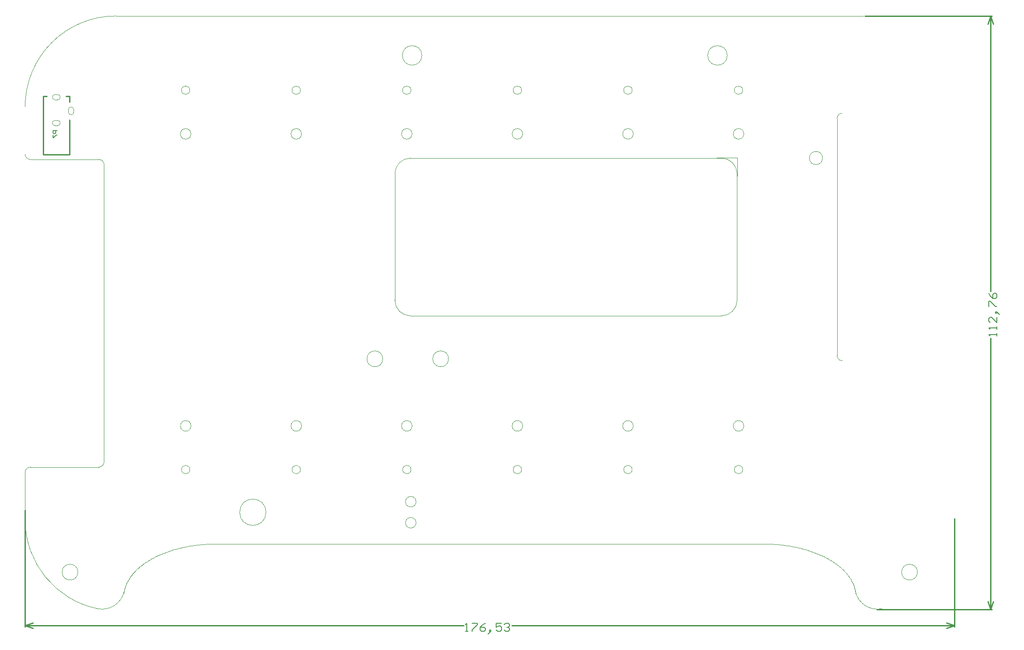
<source format=gm1>
G04*
G04 #@! TF.GenerationSoftware,Altium Limited,Altium Designer,20.2.5 (213)*
G04*
G04 Layer_Color=16711935*
%FSAX25Y25*%
%MOIN*%
G70*
G04*
G04 #@! TF.SameCoordinates,38458E12-344E-42E4-8E5B-5AAD2516AE5C*
G04*
G04*
G04 #@! TF.FilePolarity,Positive*
G04*
G01*
G75*
%ADD10C,0.00394*%
%ADD11C,0.00787*%
%ADD13C,0.01000*%
%ADD194C,0.00050*%
%ADD195C,0.00039*%
%ADD196C,0.00600*%
D10*
X0252246Y0591371D02*
G03*
X0252349Y0587434I0000034J-0001969D01*
G01*
X0254283Y0587434D02*
G03*
X0254180Y0591371I-0000034J0001969D01*
G01*
X0252254Y0610662D02*
G03*
X0252357Y0606726I0000034J-0001969D01*
G01*
X0254303Y0606726D02*
G03*
X0254200Y0610662I-0000034J0001969D01*
G01*
X0262340Y0597415D02*
G03*
X0266276Y0597519I0001969J0000034D01*
G01*
X0266277Y0599472D02*
G03*
X0262340Y0599369I-0001969J-0000034D01*
G01*
X0762346Y0551344D02*
G03*
X0750535Y0563155I-0011811J0000000D01*
G01*
Y0445045D02*
G03*
X0762346Y0456856I0000000J0011811D01*
G01*
X0506440D02*
G03*
X0518251Y0445045I0011811J0000000D01*
G01*
Y0563155D02*
G03*
X0506440Y0551344I0000000J-0011811D01*
G01*
Y0456856D02*
G03*
X0518251Y0445045I0011811J0000000D01*
G01*
X0750535D02*
G03*
X0762346Y0456856I0000000J0011811D01*
G01*
Y0551344D02*
G03*
X0750535Y0563155I-0011811J0000000D01*
G01*
X0252261Y0591371D02*
X0254190D01*
X0252340Y0587434D02*
X0254269D01*
X0252269Y0610663D02*
X0254210D01*
X0252347Y0606726D02*
X0254289D01*
X0262340Y0597430D02*
Y0599379D01*
X0266277Y0597509D02*
Y0599458D01*
X0517661Y0563155D02*
X0750535D01*
X0506440Y0456856D02*
Y0551344D01*
X0518251Y0445045D02*
X0750535Y0445045D01*
X0762346Y0456856D02*
Y0551344D01*
Y0456856D02*
Y0551344D01*
X0518251Y0445045D02*
X0750535Y0445045D01*
X0506440Y0456856D02*
Y0551344D01*
X0517661Y0563155D02*
X0750535D01*
X0747031Y0563234D02*
X0762505D01*
Y0549889D02*
Y0563234D01*
D11*
X0253875Y0583596D02*
X0250727D01*
Y0582021D01*
X0251251Y0581496D01*
X0252301D01*
X0252826Y0582021D01*
Y0583596D01*
X0250727Y0580447D02*
Y0578348D01*
X0251251D01*
X0253350Y0580447D01*
X0253875D01*
D13*
X0243540Y0609481D02*
X0246198D01*
X0243540D02*
X0246198D01*
X0243540Y0565781D02*
Y0609481D01*
Y0565781D02*
X0263127Y0565879D01*
Y0591666D01*
X0263226Y0605052D02*
Y0609383D01*
X0260666D02*
X0263226D01*
X0949769Y0231552D02*
X0951769Y0225552D01*
X0953769Y0231552D01*
X0951769Y0669480D02*
X0953769Y0663480D01*
X0949769D02*
X0951769Y0669480D01*
Y0225552D02*
Y0428321D01*
Y0463511D02*
Y0669480D01*
X0866854Y0225552D02*
X0952769D01*
X0857880Y0669480D02*
X0952769D01*
X0229918Y0213544D02*
X0235918Y0215544D01*
X0229918Y0213544D02*
X0235918Y0211544D01*
X0918899D02*
X0924899Y0213544D01*
X0918899Y0215544D02*
X0924899Y0213544D01*
X0229918D02*
X0557714D01*
X0593903D02*
X0924899D01*
X0229918Y0212544D02*
Y0299632D01*
X0924899Y0212544D02*
Y0293527D01*
D194*
X0837057Y0415418D02*
G03*
X0840994Y0411481I0003937J0000000D01*
G01*
Y0596717D02*
G03*
X0837057Y0592780I0000000J-0003937D01*
G01*
X0297917Y0669454D02*
G03*
X0229946Y0601482I0000000J-0067971D01*
G01*
Y0566049D02*
G03*
X0233883Y0562112I0003937J0000000D01*
G01*
X0289001Y0558175D02*
G03*
X0285064Y0562112I-0003937J0000000D01*
G01*
Y0331889D02*
G03*
X0289001Y0335826I0000000J0003937D01*
G01*
X0233883Y0331889D02*
G03*
X0229946Y0327952I0000000J-0003937D01*
G01*
Y0292519D02*
G03*
X0284042Y0225972I0067979J0000000D01*
G01*
X0284042Y0225972D02*
G03*
X0304059Y0239047I0003457J0016568D01*
G01*
X0850739D02*
G03*
X0870756Y0225972I0016560J0003494D01*
G01*
X0897174Y0253325D02*
G03*
X0897174Y0253325I-0005906J0000000D01*
G01*
X0269435D02*
G03*
X0269435Y0253325I-0005906J0000000D01*
G01*
X0767348Y0581236D02*
G03*
X0767348Y0581236I-0003937J0000000D01*
G01*
X0601994Y0362732D02*
G03*
X0601994Y0362732I-0003937J0000000D01*
G01*
Y0581236D02*
G03*
X0601994Y0581236I-0003937J0000000D01*
G01*
X0684671D02*
G03*
X0684671Y0581236I-0003937J0000000D01*
G01*
Y0362732D02*
G03*
X0684671Y0362732I-0003937J0000000D01*
G01*
X0767348D02*
G03*
X0767348Y0362732I-0003937J0000000D01*
G01*
X0353962Y0581236D02*
G03*
X0353962Y0581236I-0003937J0000000D01*
G01*
Y0362732D02*
G03*
X0353962Y0362732I-0003937J0000000D01*
G01*
X0436639D02*
G03*
X0436639Y0362732I-0003937J0000000D01*
G01*
Y0581236D02*
G03*
X0436639Y0581236I-0003937J0000000D01*
G01*
X0519316D02*
G03*
X0519316Y0581236I-0003937J0000000D01*
G01*
Y0362732D02*
G03*
X0519316Y0362732I-0003937J0000000D01*
G01*
X0766560Y0613913D02*
G03*
X0766560Y0613913I-0003150J0000000D01*
G01*
X0683883D02*
G03*
X0683883Y0613913I-0003150J0000000D01*
G01*
X0601206D02*
G03*
X0601206Y0613913I-0003150J0000000D01*
G01*
X0518529D02*
G03*
X0518529Y0613913I-0003150J0000000D01*
G01*
X0435852D02*
G03*
X0435852Y0613913I-0003150J0000000D01*
G01*
X0353175D02*
G03*
X0353175Y0613913I-0003150J0000000D01*
G01*
X0766560Y0330055D02*
G03*
X0766560Y0330055I-0003150J0000000D01*
G01*
X0683883D02*
G03*
X0683883Y0330055I-0003150J0000000D01*
G01*
X0601206D02*
G03*
X0601206Y0330055I-0003150J0000000D01*
G01*
X0518529D02*
G03*
X0518529Y0330055I-0003150J0000000D01*
G01*
X0435852D02*
G03*
X0435852Y0330055I-0003150J0000000D01*
G01*
X0353175D02*
G03*
X0353175Y0330055I-0003150J0000000D01*
G01*
X0526600Y0639926D02*
G03*
X0526600Y0639926I-0007283J0000000D01*
G01*
X0754946D02*
G03*
X0754946Y0639926I-0007283J0000000D01*
G01*
X0497364Y0412936D02*
G03*
X0497364Y0412936I-0005906J0000000D01*
G01*
X0546576D02*
G03*
X0546576Y0412936I-0005906J0000000D01*
G01*
X0410076Y0298136D02*
G03*
X0410076Y0298136I-0009843J0000000D01*
G01*
X0522281Y0306011D02*
G03*
X0522281Y0306011I-0003937J0000000D01*
G01*
Y0290263D02*
G03*
X0522281Y0290263I-0003937J0000000D01*
G01*
X0826230Y0563154D02*
G03*
X0826230Y0563154I-0004921J0000000D01*
G01*
X0837057Y0415418D02*
Y0592780D01*
X0297917Y0669454D02*
X0856881D01*
X0233883Y0562112D02*
X0285064D01*
X0289001Y0335826D02*
Y0558175D01*
X0233883Y0331889D02*
X0285064D01*
X0229946Y0292519D02*
Y0327952D01*
X0303829Y0237372D02*
X0303897Y0237967D01*
X0303980Y0238562D01*
X0304078Y0239155D01*
X0304193Y0239748D01*
X0304323Y0240339D01*
X0304469Y0240930D01*
X0304631Y0241518D01*
X0304809Y0242106D01*
X0305002Y0242692D01*
X0305210Y0243276D01*
X0305434Y0243858D01*
X0305674Y0244439D01*
X0305929Y0245017D01*
X0306199Y0245593D01*
X0306485Y0246166D01*
X0306786Y0246737D01*
X0307102Y0247306D01*
X0307433Y0247871D01*
X0307779Y0248434D01*
X0308140Y0248993D01*
X0308516Y0249550D01*
X0308907Y0250103D01*
X0309312Y0250653D01*
X0309732Y0251199D01*
X0310166Y0251741D01*
X0310615Y0252280D01*
X0311078Y0252815D01*
X0311555Y0253345D01*
X0312047Y0253872D01*
X0312552Y0254394D01*
X0313071Y0254912D01*
X0313604Y0255425D01*
X0314150Y0255934D01*
X0314710Y0256438D01*
X0315283Y0256937D01*
X0315869Y0257431D01*
X0316469Y0257919D01*
X0317081Y0258403D01*
X0317706Y0258881D01*
X0318344Y0259354D01*
X0318995Y0259821D01*
X0319657Y0260283D01*
X0320333Y0260739D01*
X0321019Y0261189D01*
X0321718Y0261633D01*
X0322429Y0262071D01*
X0323151Y0262503D01*
X0323885Y0262928D01*
X0324630Y0263348D01*
X0325385Y0263760D01*
X0326152Y0264166D01*
X0326930Y0264566D01*
X0327718Y0264959D01*
X0328516Y0265344D01*
X0329325Y0265723D01*
X0330143Y0266095D01*
X0330972Y0266460D01*
X0331810Y0266818D01*
X0332657Y0267168D01*
X0333514Y0267511D01*
X0334380Y0267847D01*
X0335254Y0268175D01*
X0336137Y0268496D01*
X0337029Y0268809D01*
X0337929Y0269114D01*
X0338836Y0269411D01*
X0339752Y0269701D01*
X0340675Y0269983D01*
X0341606Y0270256D01*
X0342543Y0270522D01*
X0343488Y0270779D01*
X0344440Y0271029D01*
X0345398Y0271270D01*
X0346362Y0271503D01*
X0347332Y0271727D01*
X0348309Y0271943D01*
X0349290Y0272151D01*
X0350278Y0272350D01*
X0351270Y0272541D01*
X0352268Y0272723D01*
X0353270Y0272896D01*
X0354277Y0273061D01*
X0355288Y0273217D01*
X0356302Y0273365D01*
X0357321Y0273503D01*
X0358344Y0273633D01*
X0359369Y0273754D01*
X0360398Y0273866D01*
X0361430Y0273970D01*
X0362464Y0274064D01*
X0363501Y0274149D01*
X0364540Y0274226D01*
X0365580Y0274293D01*
X0366623Y0274352D01*
X0367667Y0274402D01*
X0368712Y0274442D01*
X0369758Y0274474D01*
X0370805Y0274496D01*
X0371852Y0274510D01*
X0372899Y0274515D01*
X0781899D01*
X0782947Y0274510D01*
X0783994Y0274496D01*
X0785041Y0274474D01*
X0786087Y0274442D01*
X0787132Y0274402D01*
X0788176Y0274352D01*
X0789218Y0274293D01*
X0790259Y0274226D01*
X0791298Y0274149D01*
X0792335Y0274064D01*
X0793369Y0273970D01*
X0794400Y0273866D01*
X0795429Y0273754D01*
X0796455Y0273633D01*
X0797477Y0273503D01*
X0798496Y0273365D01*
X0799511Y0273217D01*
X0800522Y0273061D01*
X0801529Y0272896D01*
X0802531Y0272723D01*
X0803528Y0272541D01*
X0804521Y0272350D01*
X0805508Y0272151D01*
X0806490Y0271943D01*
X0807466Y0271727D01*
X0808437Y0271503D01*
X0809401Y0271270D01*
X0810359Y0271029D01*
X0811310Y0270779D01*
X0812255Y0270522D01*
X0813193Y0270256D01*
X0814124Y0269983D01*
X0815047Y0269701D01*
X0815962Y0269411D01*
X0816870Y0269114D01*
X0817770Y0268809D01*
X0818661Y0268496D01*
X0819545Y0268175D01*
X0820419Y0267847D01*
X0821285Y0267511D01*
X0822141Y0267168D01*
X0822989Y0266818D01*
X0823827Y0266460D01*
X0824655Y0266095D01*
X0825474Y0265723D01*
X0826282Y0265344D01*
X0827081Y0264959D01*
X0827869Y0264566D01*
X0828646Y0264166D01*
X0829413Y0263760D01*
X0830169Y0263348D01*
X0830914Y0262928D01*
X0831647Y0262503D01*
X0832370Y0262071D01*
X0833080Y0261633D01*
X0833779Y0261189D01*
X0834466Y0260739D01*
X0835141Y0260283D01*
X0835804Y0259821D01*
X0836454Y0259354D01*
X0837092Y0258881D01*
X0837717Y0258403D01*
X0838330Y0257919D01*
X0838929Y0257431D01*
X0839515Y0256937D01*
X0840089Y0256438D01*
X0840649Y0255934D01*
X0841195Y0255425D01*
X0841728Y0254912D01*
X0842247Y0254394D01*
X0842752Y0253872D01*
X0843243Y0253345D01*
X0843721Y0252815D01*
X0844184Y0252280D01*
X0844632Y0251741D01*
X0845067Y0251199D01*
X0845487Y0250653D01*
X0845892Y0250103D01*
X0846283Y0249550D01*
X0846659Y0248993D01*
X0847020Y0248434D01*
X0847366Y0247871D01*
X0847697Y0247306D01*
X0848013Y0246737D01*
X0848314Y0246166D01*
X0848599Y0245593D01*
X0848870Y0245017D01*
X0849125Y0244439D01*
X0849364Y0243858D01*
X0849588Y0243276D01*
X0849797Y0242692D01*
X0849990Y0242106D01*
X0850167Y0241518D01*
X0850329Y0240930D01*
X0850475Y0240339D01*
X0850605Y0239748D01*
X0850720Y0239155D01*
X0850819Y0238562D01*
X0850902Y0237967D01*
X0850969Y0237372D01*
D195*
X0266269Y0595489D02*
X0266277Y0595497D01*
D196*
X0956367Y0429921D02*
Y0431921D01*
Y0430921D01*
X0950369D01*
X0951369Y0429921D01*
X0956367Y0434920D02*
Y0436919D01*
Y0435919D01*
X0950369D01*
X0951369Y0434920D01*
X0956367Y0443917D02*
Y0439918D01*
X0952369Y0443917D01*
X0951369D01*
X0950369Y0442917D01*
Y0440918D01*
X0951369Y0439918D01*
X0957367Y0446916D02*
X0956367Y0447916D01*
X0955368D01*
Y0446916D01*
X0956367D01*
Y0447916D01*
X0957367Y0446916D01*
X0958367Y0445916D01*
X0950369Y0451914D02*
Y0455913D01*
X0951369D01*
X0955368Y0451914D01*
X0956367D01*
X0950369Y0461911D02*
X0951369Y0459912D01*
X0953368Y0457912D01*
X0955368D01*
X0956367Y0458912D01*
Y0460911D01*
X0955368Y0461911D01*
X0954368D01*
X0953368Y0460911D01*
Y0457912D01*
X0559314Y0208946D02*
X0561313D01*
X0560314D01*
Y0214944D01*
X0559314Y0213944D01*
X0564312Y0214944D02*
X0568311D01*
Y0213944D01*
X0564312Y0209945D01*
Y0208946D01*
X0574309Y0214944D02*
X0572310Y0213944D01*
X0570310Y0211945D01*
Y0209945D01*
X0571310Y0208946D01*
X0573309D01*
X0574309Y0209945D01*
Y0210945D01*
X0573309Y0211945D01*
X0570310D01*
X0577308Y0207946D02*
X0578308Y0208946D01*
Y0209945D01*
X0577308D01*
Y0208946D01*
X0578308D01*
X0577308Y0207946D01*
X0576308Y0206946D01*
X0586305Y0214944D02*
X0582306D01*
Y0211945D01*
X0584306Y0212944D01*
X0585306D01*
X0586305Y0211945D01*
Y0209945D01*
X0585306Y0208946D01*
X0583306D01*
X0582306Y0209945D01*
X0588305Y0213944D02*
X0589304Y0214944D01*
X0591303D01*
X0592303Y0213944D01*
Y0212944D01*
X0591303Y0211945D01*
X0590304D01*
X0591303D01*
X0592303Y0210945D01*
Y0209945D01*
X0591303Y0208946D01*
X0589304D01*
X0588305Y0209945D01*
M02*

</source>
